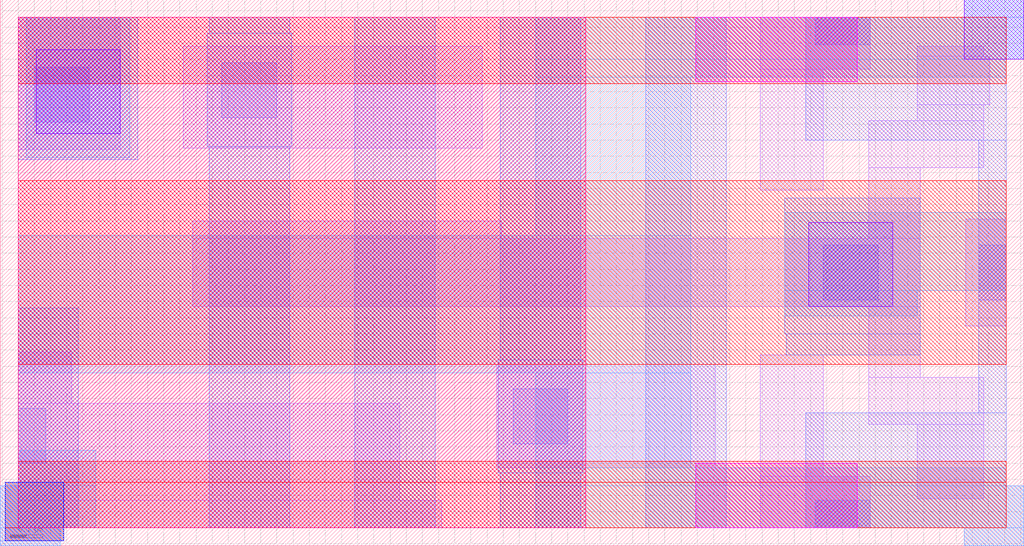
<source format=lef>
# Copyright 2020 The SkyWater PDK Authors
#
# Licensed under the Apache License, Version 2.0 (the "License");
# you may not use this file except in compliance with the License.
# You may obtain a copy of the License at
#
#     https://www.apache.org/licenses/LICENSE-2.0
#
# Unless required by applicable law or agreed to in writing, software
# distributed under the License is distributed on an "AS IS" BASIS,
# WITHOUT WARRANTIES OR CONDITIONS OF ANY KIND, either express or implied.
# See the License for the specific language governing permissions and
# limitations under the License.
#
# SPDX-License-Identifier: Apache-2.0

VERSION 5.7 ;
  NOWIREEXTENSIONATPIN ON ;
  DIVIDERCHAR "/" ;
  BUSBITCHARS "[]" ;
MACRO sky130_fd_bd_sram__sram_dp_swldrv_opt4d
  CLASS BLOCK ;
  FOREIGN sky130_fd_bd_sram__sram_dp_swldrv_opt4d ;
  ORIGIN  0.055000  0.055000 ;
  SIZE  3.165000 BY  1.690000 ;
  OBS
    LAYER li1 ;
      RECT 0.000000 0.000000 1.310000 0.085000 ;
      RECT 0.000000 0.085000 1.180000 0.385000 ;
      RECT 0.000000 0.385000 0.165000 0.545000 ;
      RECT 0.000000 1.170000 0.315000 1.580000 ;
      RECT 0.510000 1.175000 1.435000 1.490000 ;
      RECT 0.540000 0.685000 2.790000 0.895000 ;
      RECT 0.540000 0.895000 1.495000 0.950000 ;
      RECT 1.480000 0.185000 2.155000 0.505000 ;
      RECT 2.295000 0.000000 2.635000 0.160000 ;
      RECT 2.295000 0.160000 2.490000 0.535000 ;
      RECT 2.295000 1.045000 2.490000 1.420000 ;
      RECT 2.295000 1.420000 2.635000 1.580000 ;
      RECT 2.630000 0.320000 2.985000 0.465000 ;
      RECT 2.630000 0.465000 2.790000 0.685000 ;
      RECT 2.630000 0.895000 2.790000 1.115000 ;
      RECT 2.630000 1.115000 2.985000 1.260000 ;
      RECT 2.780000 0.090000 2.985000 0.320000 ;
      RECT 2.780000 1.260000 2.985000 1.310000 ;
      RECT 2.780000 1.310000 3.005000 1.460000 ;
      RECT 2.780000 1.460000 2.985000 1.490000 ;
      RECT 2.930000 0.625000 3.055000 0.955000 ;
    LAYER mcon ;
      RECT 0.000000 0.200000 0.085000 0.370000 ;
      RECT 0.050000 1.255000 0.220000 1.425000 ;
      RECT 0.630000 1.270000 0.800000 1.440000 ;
      RECT 1.530000 0.260000 1.700000 0.430000 ;
      RECT 2.465000 0.000000 2.635000 0.085000 ;
      RECT 2.465000 1.495000 2.635000 1.580000 ;
      RECT 2.490000 0.705000 2.660000 0.875000 ;
      RECT 2.970000 0.705000 3.055000 0.875000 ;
    LAYER met1 ;
      RECT -0.055000 -0.055000 0.130000 0.000000 ;
      RECT -0.055000  0.000000 0.185000 0.130000 ;
      RECT  0.000000  0.130000 0.185000 0.680000 ;
      RECT  0.000000  1.140000 0.370000 1.580000 ;
      RECT  0.585000  1.180000 0.845000 1.530000 ;
      RECT  0.590000  0.000000 0.840000 1.180000 ;
      RECT  0.590000  1.530000 0.840000 1.580000 ;
      RECT  1.040000  0.000000 1.290000 1.580000 ;
      RECT  1.485000  0.170000 1.745000 0.520000 ;
      RECT  1.490000  0.000000 1.740000 0.170000 ;
      RECT  1.490000  0.520000 1.740000 1.580000 ;
      RECT  1.940000  0.000000 2.190000 1.580000 ;
      RECT  2.370000  0.600000 2.790000 1.020000 ;
      RECT  2.375000  0.535000 2.790000 0.600000 ;
      RECT  2.435000  0.000000 3.110000 0.130000 ;
      RECT  2.435000  0.130000 3.055000 0.355000 ;
      RECT  2.435000  1.200000 3.055000 1.450000 ;
      RECT  2.435000  1.450000 3.110000 1.580000 ;
      RECT  2.925000 -0.055000 3.110000 0.000000 ;
      RECT  2.925000  1.580000 3.110000 1.635000 ;
      RECT  2.970000  0.355000 3.055000 1.200000 ;
    LAYER met2 ;
      RECT -0.055000 -0.055000 0.130000 -0.040000 ;
      RECT -0.055000 -0.040000 0.140000  0.000000 ;
      RECT -0.055000  0.000000 0.240000  0.130000 ;
      RECT -0.040000  0.130000 0.240000  0.140000 ;
      RECT  0.000000  0.140000 0.240000  0.240000 ;
      RECT  0.000000  0.480000 2.080000  0.905000 ;
      RECT  0.025000  1.145000 0.345000  1.580000 ;
      RECT  1.600000  0.000000 3.110000  0.130000 ;
      RECT  1.600000  0.130000 3.055000  0.185000 ;
      RECT  1.600000  0.185000 2.080000  0.480000 ;
      RECT  1.600000  0.905000 2.080000  1.395000 ;
      RECT  1.600000  1.395000 3.055000  1.450000 ;
      RECT  1.600000  1.450000 3.110000  1.580000 ;
      RECT  2.370000  0.655000 2.780000  0.735000 ;
      RECT  2.370000  0.735000 3.055000  0.975000 ;
      RECT  2.925000 -0.055000 3.110000  0.000000 ;
      RECT  2.925000  1.580000 3.110000  1.635000 ;
    LAYER met3 ;
      RECT -0.040000 -0.040000 0.140000 0.000000 ;
      RECT -0.040000  0.000000 3.055000 0.140000 ;
      RECT  0.000000  0.140000 3.055000 0.205000 ;
      RECT  0.000000  0.505000 3.055000 1.075000 ;
      RECT  0.000000  1.375000 3.055000 1.580000 ;
    LAYER nwell ;
      RECT 0.000000 0.000000 1.755000 1.580000 ;
    LAYER pwell ;
      RECT 2.095000 0.000000 2.595000 0.200000 ;
      RECT 2.095000 1.380000 2.595000 1.580000 ;
    LAYER via ;
      RECT 0.055000 1.220000 0.315000 1.480000 ;
      RECT 2.445000 0.685000 2.705000 0.945000 ;
      RECT 2.925000 1.450000 3.110000 1.635000 ;
    LAYER via2 ;
      RECT -0.040000 -0.040000 0.140000 0.140000 ;
  END
END sky130_fd_bd_sram__sram_dp_swldrv_opt4d
END LIBRARY

</source>
